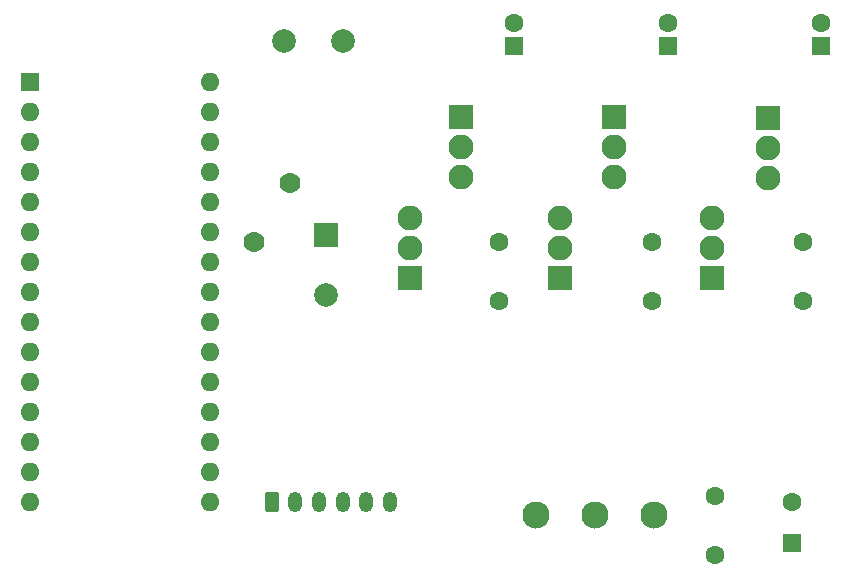
<source format=gbr>
%TF.GenerationSoftware,KiCad,Pcbnew,9.0.3*%
%TF.CreationDate,2025-07-09T22:45:58-05:00*%
%TF.ProjectId,focMotorController,666f634d-6f74-46f7-9243-6f6e74726f6c,rev?*%
%TF.SameCoordinates,Original*%
%TF.FileFunction,Soldermask,Bot*%
%TF.FilePolarity,Negative*%
%FSLAX46Y46*%
G04 Gerber Fmt 4.6, Leading zero omitted, Abs format (unit mm)*
G04 Created by KiCad (PCBNEW 9.0.3) date 2025-07-09 22:45:58*
%MOMM*%
%LPD*%
G01*
G04 APERTURE LIST*
G04 Aperture macros list*
%AMRoundRect*
0 Rectangle with rounded corners*
0 $1 Rounding radius*
0 $2 $3 $4 $5 $6 $7 $8 $9 X,Y pos of 4 corners*
0 Add a 4 corners polygon primitive as box body*
4,1,4,$2,$3,$4,$5,$6,$7,$8,$9,$2,$3,0*
0 Add four circle primitives for the rounded corners*
1,1,$1+$1,$2,$3*
1,1,$1+$1,$4,$5*
1,1,$1+$1,$6,$7*
1,1,$1+$1,$8,$9*
0 Add four rect primitives between the rounded corners*
20,1,$1+$1,$2,$3,$4,$5,0*
20,1,$1+$1,$4,$5,$6,$7,0*
20,1,$1+$1,$6,$7,$8,$9,0*
20,1,$1+$1,$8,$9,$2,$3,0*%
G04 Aperture macros list end*
%ADD10RoundRect,0.250000X0.550000X-0.550000X0.550000X0.550000X-0.550000X0.550000X-0.550000X-0.550000X0*%
%ADD11C,1.600000*%
%ADD12C,1.770000*%
%ADD13RoundRect,0.102000X0.955000X-0.955000X0.955000X0.955000X-0.955000X0.955000X-0.955000X-0.955000X0*%
%ADD14C,2.114000*%
%ADD15RoundRect,0.102000X-0.955000X0.955000X-0.955000X-0.955000X0.955000X-0.955000X0.955000X0.955000X0*%
%ADD16RoundRect,0.250000X-0.350000X-0.625000X0.350000X-0.625000X0.350000X0.625000X-0.350000X0.625000X0*%
%ADD17O,1.200000X1.750000*%
%ADD18C,2.300000*%
%ADD19C,2.000000*%
%ADD20R,2.000000X2.000000*%
%ADD21R,1.600000X1.600000*%
%ADD22O,1.600000X1.600000*%
G04 APERTURE END LIST*
D10*
%TO.C,C7*%
X142500000Y-43955113D03*
D11*
X142500000Y-41955113D03*
%TD*%
D10*
%TO.C,C1*%
X140000000Y-86000000D03*
D11*
X140000000Y-82500000D03*
%TD*%
D12*
%TO.C,F1*%
X97500000Y-55500000D03*
X94500000Y-60500000D03*
%TD*%
D10*
%TO.C,C6*%
X129500000Y-43955113D03*
D11*
X129500000Y-41955113D03*
%TD*%
D10*
%TO.C,C8*%
X116500000Y-43955113D03*
D11*
X116500000Y-41955113D03*
%TD*%
%TO.C,C2*%
X133500000Y-82000000D03*
X133500000Y-87000000D03*
%TD*%
D13*
%TO.C,U5*%
X133262100Y-63587500D03*
D14*
X133262100Y-61047500D03*
X133262100Y-58507500D03*
%TD*%
D15*
%TO.C,U7*%
X125000000Y-49920000D03*
D14*
X125000000Y-52460000D03*
X125000000Y-55000000D03*
%TD*%
D13*
%TO.C,U4*%
X120430000Y-63587500D03*
D14*
X120430000Y-61047500D03*
X120430000Y-58507500D03*
%TD*%
D11*
%TO.C,C4*%
X128204100Y-60500000D03*
X128204100Y-65500000D03*
%TD*%
D16*
%TO.C,J2*%
X96000000Y-82500000D03*
D17*
X98000000Y-82500000D03*
X100000000Y-82500000D03*
X102000000Y-82500000D03*
X104000000Y-82500000D03*
X106000000Y-82500000D03*
%TD*%
D18*
%TO.C,P1*%
X118372000Y-83635000D03*
X123372000Y-83635000D03*
X128372000Y-83635000D03*
%TD*%
D15*
%TO.C,U6*%
X112000000Y-49920000D03*
D14*
X112000000Y-52460000D03*
X112000000Y-55000000D03*
%TD*%
D19*
%TO.C,P2*%
X102000000Y-43500000D03*
X97000000Y-43500000D03*
%TD*%
D11*
%TO.C,C5*%
X141000000Y-60500000D03*
X141000000Y-65500000D03*
%TD*%
D20*
%TO.C,D2*%
X100550000Y-59960000D03*
D19*
X100550000Y-65040000D03*
%TD*%
D15*
%TO.C,U8*%
X138000000Y-50047500D03*
D14*
X138000000Y-52587500D03*
X138000000Y-55127500D03*
%TD*%
D21*
%TO.C,A1*%
X75500000Y-46980000D03*
D22*
X75500000Y-49520000D03*
X75500000Y-52060000D03*
X75500000Y-54600000D03*
X75500000Y-57140000D03*
X75500000Y-59680000D03*
X75500000Y-62220000D03*
X75500000Y-64760000D03*
X75500000Y-67300000D03*
X75500000Y-69840000D03*
X75500000Y-72380000D03*
X75500000Y-74920000D03*
X75500000Y-77460000D03*
X75500000Y-80000000D03*
X75500000Y-82540000D03*
X90740000Y-82540000D03*
X90740000Y-80000000D03*
X90740000Y-77460000D03*
X90740000Y-74920000D03*
X90740000Y-72380000D03*
X90740000Y-69840000D03*
X90740000Y-67300000D03*
X90740000Y-64760000D03*
X90740000Y-62220000D03*
X90740000Y-59680000D03*
X90740000Y-57140000D03*
X90740000Y-54600000D03*
X90740000Y-52060000D03*
X90740000Y-49520000D03*
X90740000Y-46980000D03*
%TD*%
D11*
%TO.C,C3*%
X115204100Y-60500000D03*
X115204100Y-65500000D03*
%TD*%
D13*
%TO.C,U3*%
X107704100Y-63587500D03*
D14*
X107704100Y-61047500D03*
X107704100Y-58507500D03*
%TD*%
M02*

</source>
